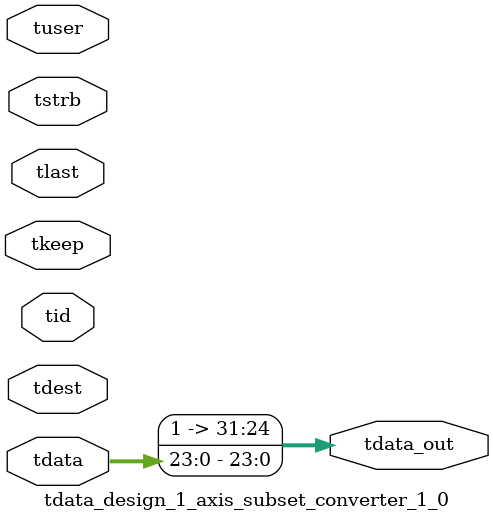
<source format=v>


`timescale 1ps/1ps

module tdata_design_1_axis_subset_converter_1_0 #
(
parameter C_S_AXIS_TDATA_WIDTH = 32,
parameter C_S_AXIS_TUSER_WIDTH = 0,
parameter C_S_AXIS_TID_WIDTH   = 0,
parameter C_S_AXIS_TDEST_WIDTH = 0,
parameter C_M_AXIS_TDATA_WIDTH = 32
)
(
input  [(C_S_AXIS_TDATA_WIDTH == 0 ? 1 : C_S_AXIS_TDATA_WIDTH)-1:0     ] tdata,
input  [(C_S_AXIS_TUSER_WIDTH == 0 ? 1 : C_S_AXIS_TUSER_WIDTH)-1:0     ] tuser,
input  [(C_S_AXIS_TID_WIDTH   == 0 ? 1 : C_S_AXIS_TID_WIDTH)-1:0       ] tid,
input  [(C_S_AXIS_TDEST_WIDTH == 0 ? 1 : C_S_AXIS_TDEST_WIDTH)-1:0     ] tdest,
input  [(C_S_AXIS_TDATA_WIDTH/8)-1:0 ] tkeep,
input  [(C_S_AXIS_TDATA_WIDTH/8)-1:0 ] tstrb,
input                                                                    tlast,
output [C_M_AXIS_TDATA_WIDTH-1:0] tdata_out
);

assign tdata_out = {8'b11111111,tdata[23:0]};

endmodule


</source>
